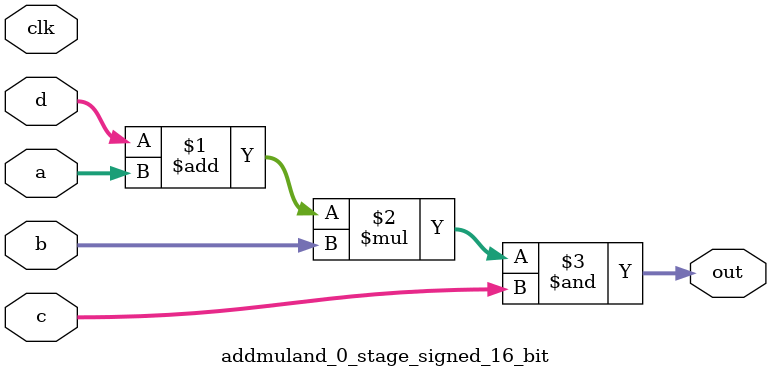
<source format=sv>
(* use_dsp = "yes" *) module addmuland_0_stage_signed_16_bit(
	input signed [15:0] a,
	input signed [15:0] b,
	input signed [15:0] c,
	input signed [15:0] d,
	output [15:0] out,
	input clk);

	assign out = ((d + a) * b) & c;
endmodule

</source>
